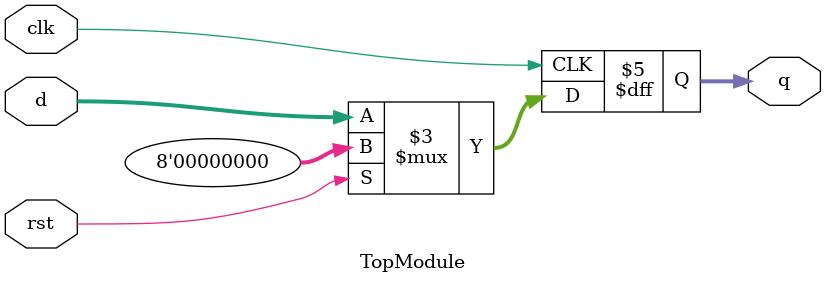
<source format=sv>
module TopModule (
    input logic clk,         // Clock signal
    input logic rst,         // Synchronous reset
    input logic [7:0] d,     // 8-bit input data
    output logic [7:0] q      // 8-bit output data
);

    always @(posedge clk) begin
        if (rst) begin
            q <= 8'b00000000;  // Reset state
        end else begin
            q <= d;            // Capture input
        end
    end

endmodule
</source>
